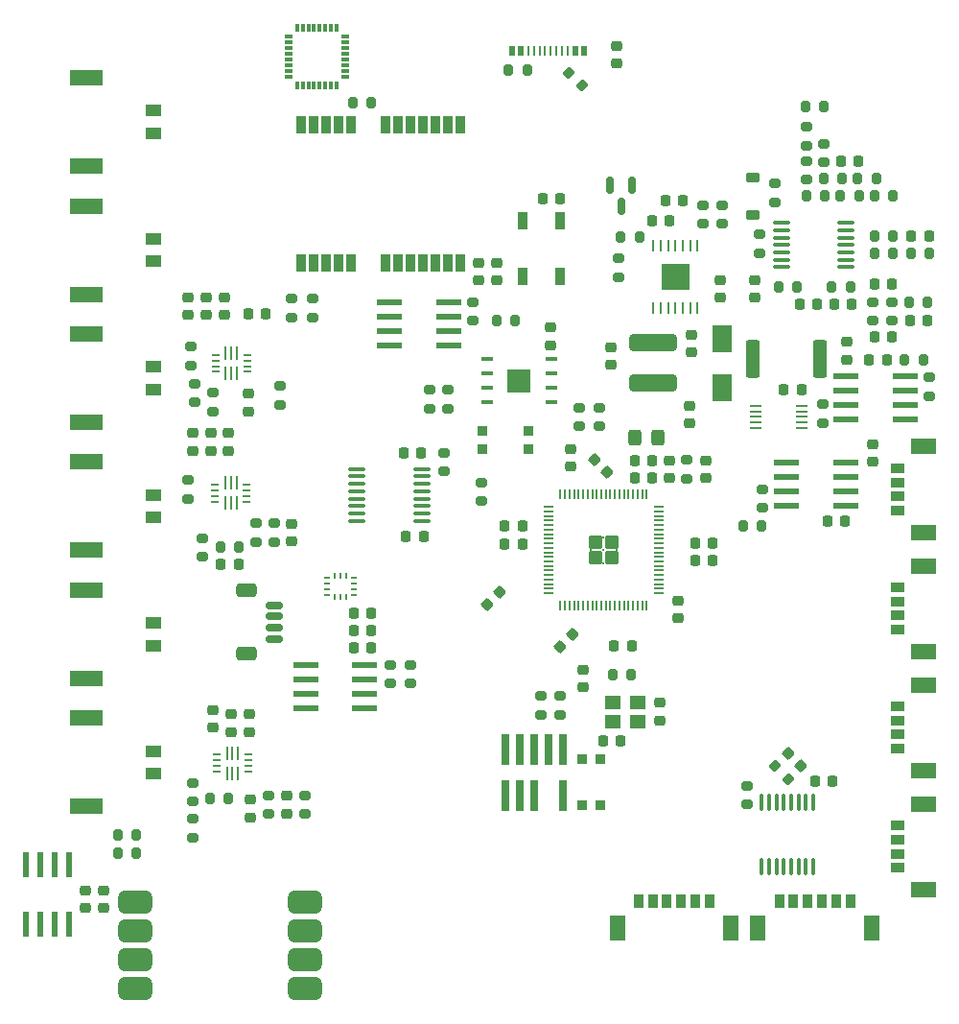
<source format=gtp>
%TF.GenerationSoftware,KiCad,Pcbnew,8.0.8*%
%TF.CreationDate,2025-03-29T21:42:45-04:00*%
%TF.ProjectId,ADCS_board,41444353-5f62-46f6-9172-642e6b696361,v1.2*%
%TF.SameCoordinates,Original*%
%TF.FileFunction,Paste,Top*%
%TF.FilePolarity,Positive*%
%FSLAX46Y46*%
G04 Gerber Fmt 4.6, Leading zero omitted, Abs format (unit mm)*
G04 Created by KiCad (PCBNEW 8.0.8) date 2025-03-29 21:42:45*
%MOMM*%
%LPD*%
G01*
G04 APERTURE LIST*
G04 Aperture macros list*
%AMRoundRect*
0 Rectangle with rounded corners*
0 $1 Rounding radius*
0 $2 $3 $4 $5 $6 $7 $8 $9 X,Y pos of 4 corners*
0 Add a 4 corners polygon primitive as box body*
4,1,4,$2,$3,$4,$5,$6,$7,$8,$9,$2,$3,0*
0 Add four circle primitives for the rounded corners*
1,1,$1+$1,$2,$3*
1,1,$1+$1,$4,$5*
1,1,$1+$1,$6,$7*
1,1,$1+$1,$8,$9*
0 Add four rect primitives between the rounded corners*
20,1,$1+$1,$2,$3,$4,$5,0*
20,1,$1+$1,$4,$5,$6,$7,0*
20,1,$1+$1,$6,$7,$8,$9,0*
20,1,$1+$1,$8,$9,$2,$3,0*%
G04 Aperture macros list end*
%ADD10C,0.000000*%
%ADD11R,0.213360X1.120140*%
%ADD12R,1.722000X1.617000*%
%ADD13RoundRect,0.225000X-0.250000X0.225000X-0.250000X-0.225000X0.250000X-0.225000X0.250000X0.225000X0*%
%ADD14RoundRect,0.225000X0.250000X-0.225000X0.250000X0.225000X-0.250000X0.225000X-0.250000X-0.225000X0*%
%ADD15RoundRect,0.200000X0.200000X0.275000X-0.200000X0.275000X-0.200000X-0.275000X0.200000X-0.275000X0*%
%ADD16RoundRect,0.225000X0.225000X0.250000X-0.225000X0.250000X-0.225000X-0.250000X0.225000X-0.250000X0*%
%ADD17RoundRect,0.200000X0.335876X0.053033X0.053033X0.335876X-0.335876X-0.053033X-0.053033X-0.335876X0*%
%ADD18RoundRect,0.200000X-0.275000X0.200000X-0.275000X-0.200000X0.275000X-0.200000X0.275000X0.200000X0*%
%ADD19RoundRect,0.200000X-0.200000X-0.275000X0.200000X-0.275000X0.200000X0.275000X-0.200000X0.275000X0*%
%ADD20RoundRect,0.200000X0.275000X-0.200000X0.275000X0.200000X-0.275000X0.200000X-0.275000X-0.200000X0*%
%ADD21RoundRect,0.250000X-0.362500X-1.425000X0.362500X-1.425000X0.362500X1.425000X-0.362500X1.425000X0*%
%ADD22RoundRect,0.333000X-1.767000X0.417000X-1.767000X-0.417000X1.767000X-0.417000X1.767000X0.417000X0*%
%ADD23R,1.137920X0.211328*%
%ADD24RoundRect,0.225000X-0.225000X-0.250000X0.225000X-0.250000X0.225000X0.250000X-0.225000X0.250000X0*%
%ADD25R,0.480000X0.920000*%
%ADD26R,0.240000X0.920000*%
%ADD27RoundRect,0.500000X-1.000000X-0.500000X1.000000X-0.500000X1.000000X0.500000X-1.000000X0.500000X0*%
%ADD28RoundRect,0.225000X-0.017678X0.335876X-0.335876X0.017678X0.017678X-0.335876X0.335876X-0.017678X0*%
%ADD29R,1.450000X1.100000*%
%ADD30R,2.899999X1.350000*%
%ADD31R,0.304800X0.762000*%
%ADD32R,0.762000X0.304800*%
%ADD33RoundRect,0.100000X0.100000X-0.637500X0.100000X0.637500X-0.100000X0.637500X-0.100000X-0.637500X0*%
%ADD34R,1.295400X0.838200*%
%ADD35R,2.260600X1.397000*%
%ADD36R,0.838200X1.295400*%
%ADD37R,1.397000X2.260600*%
%ADD38R,0.900000X1.500000*%
%ADD39R,0.200000X1.300000*%
%ADD40R,0.800000X0.250000*%
%ADD41RoundRect,0.250000X-0.325000X-0.450000X0.325000X-0.450000X0.325000X0.450000X-0.325000X0.450000X0*%
%ADD42RoundRect,0.250000X-0.350000X-0.350000X0.350000X-0.350000X0.350000X0.350000X-0.350000X0.350000X0*%
%ADD43RoundRect,0.055000X0.335000X-0.055000X0.335000X0.055000X-0.335000X0.055000X-0.335000X-0.055000X0*%
%ADD44RoundRect,0.055000X-0.055000X-0.335000X0.055000X-0.335000X0.055000X0.335000X-0.055000X0.335000X0*%
%ADD45R,0.133333X0.133333*%
%ADD46RoundRect,0.150000X-0.150000X0.587500X-0.150000X-0.587500X0.150000X-0.587500X0.150000X0.587500X0*%
%ADD47R,0.475000X0.250000*%
%ADD48R,0.250000X0.475000*%
%ADD49R,0.740000X2.790000*%
%ADD50R,1.400000X1.200000*%
%ADD51RoundRect,0.100000X-0.637500X-0.100000X0.637500X-0.100000X0.637500X0.100000X-0.637500X0.100000X0*%
%ADD52R,0.609600X2.209800*%
%ADD53R,0.900000X0.900000*%
%ADD54R,2.209800X0.609600*%
%ADD55RoundRect,0.150000X0.625000X-0.150000X0.625000X0.150000X-0.625000X0.150000X-0.625000X-0.150000X0*%
%ADD56RoundRect,0.250000X0.650000X-0.350000X0.650000X0.350000X-0.650000X0.350000X-0.650000X-0.350000X0*%
%ADD57R,0.812800X1.625600*%
%ADD58RoundRect,0.200000X-0.335876X-0.053033X-0.053033X-0.335876X0.335876X0.053033X0.053033X0.335876X0*%
%ADD59RoundRect,0.100000X0.637500X0.100000X-0.637500X0.100000X-0.637500X-0.100000X0.637500X-0.100000X0*%
%ADD60R,1.050000X0.450000*%
%ADD61R,2.100000X2.100000*%
%ADD62RoundRect,0.225000X0.335876X0.017678X0.017678X0.335876X-0.335876X-0.017678X-0.017678X-0.335876X0*%
%ADD63RoundRect,0.225000X-0.335876X-0.017678X-0.017678X-0.335876X0.335876X0.017678X0.017678X0.335876X0*%
%ADD64R,1.700000X2.350000*%
%ADD65RoundRect,0.225000X-0.375000X0.225000X-0.375000X-0.225000X0.375000X-0.225000X0.375000X0.225000X0*%
G04 APERTURE END LIST*
D10*
G36*
X158046100Y-81213096D02*
G01*
X155586100Y-81213096D01*
X155586100Y-78903096D01*
X158046100Y-78903096D01*
X158046100Y-81213096D01*
G37*
D11*
X158766134Y-77289496D03*
X158116121Y-77289496D03*
X157466112Y-77289496D03*
X156816100Y-77289496D03*
X156166088Y-77289496D03*
X155516079Y-77289496D03*
X154866066Y-77289496D03*
X154866066Y-82826696D03*
X155516079Y-82826696D03*
X156166088Y-82826696D03*
X156816100Y-82826696D03*
X157466112Y-82826696D03*
X158116121Y-82826696D03*
X158766134Y-82826696D03*
D12*
X156816100Y-80058096D03*
D13*
X151100000Y-86250000D03*
X151100000Y-87800000D03*
D14*
X158050000Y-92975000D03*
X158050000Y-91425000D03*
X158200000Y-86690500D03*
X158200000Y-85140500D03*
D15*
X153606000Y-76517500D03*
X151956000Y-76517500D03*
D16*
X156286500Y-75057000D03*
X154736500Y-75057000D03*
D17*
X148583363Y-63183363D03*
X147416637Y-62016637D03*
D14*
X151600000Y-61200000D03*
X151600000Y-59650000D03*
D18*
X159194500Y-73724000D03*
X159194500Y-75374000D03*
D19*
X142075000Y-61800000D03*
X143725000Y-61800000D03*
D16*
X157493000Y-73279000D03*
X155943000Y-73279000D03*
D18*
X151750000Y-78425000D03*
X151750000Y-80075000D03*
D20*
X160909000Y-75374000D03*
X160909000Y-73724000D03*
D21*
X163637500Y-87300000D03*
X169562500Y-87300000D03*
D22*
X154813000Y-85830000D03*
X154813000Y-89430000D03*
D14*
X160750000Y-81875000D03*
X160750000Y-80325000D03*
X163785950Y-81875000D03*
X163785950Y-80325000D03*
D20*
X169800000Y-92925000D03*
X169800000Y-91275000D03*
D23*
X167944700Y-93400001D03*
X167944700Y-92899999D03*
X167944700Y-92400000D03*
X167944700Y-91900001D03*
X167944700Y-91399999D03*
X163855300Y-91399999D03*
X163855300Y-91900001D03*
X163855300Y-92400000D03*
X163855300Y-92899999D03*
X163855300Y-93400001D03*
D24*
X166375000Y-90000000D03*
X167925000Y-90000000D03*
D25*
X148752000Y-60128000D03*
X147952000Y-60128000D03*
D26*
X146802000Y-60128000D03*
X145802000Y-60128000D03*
X145302000Y-60128000D03*
X144302000Y-60128000D03*
D25*
X143152000Y-60128000D03*
X142352000Y-60128000D03*
D26*
X143802000Y-60128000D03*
X144802000Y-60128000D03*
X146302000Y-60128000D03*
X147302000Y-60128000D03*
D27*
X109100000Y-135180000D03*
X109100000Y-137720000D03*
X109100000Y-140260000D03*
X109100000Y-142800000D03*
X124100000Y-135180000D03*
X124100000Y-137720000D03*
X124100000Y-140260000D03*
X124100000Y-142800000D03*
D28*
X147750000Y-111551992D03*
X146653984Y-112648008D03*
D24*
X158525000Y-105100000D03*
X160075000Y-105100000D03*
X150425000Y-120950000D03*
X151975000Y-120950000D03*
D29*
X110750000Y-76671501D03*
X110750000Y-78671502D03*
D30*
X104775001Y-73776503D03*
X104775001Y-81566498D03*
D19*
X141025000Y-83850000D03*
X142675000Y-83850000D03*
D24*
X169132125Y-124544624D03*
X170682125Y-124544624D03*
D14*
X117330000Y-95375000D03*
X117330000Y-93825000D03*
D16*
X143275000Y-103600000D03*
X141725000Y-103600000D03*
D13*
X119300000Y-126175000D03*
X119300000Y-127725000D03*
D15*
X109225000Y-129300000D03*
X107575000Y-129300000D03*
D20*
X164204500Y-77947000D03*
X164204500Y-76297000D03*
D18*
X122920000Y-81975000D03*
X122920000Y-83625000D03*
D24*
X128425000Y-111250000D03*
X129975000Y-111250000D03*
D29*
X110750000Y-110571500D03*
X110750000Y-112571501D03*
D30*
X104775001Y-107676502D03*
X104775001Y-115466497D03*
D15*
X172240000Y-80917000D03*
X170590000Y-80917000D03*
D20*
X148300000Y-93225000D03*
X148300000Y-91575000D03*
D18*
X139700000Y-98175000D03*
X139700000Y-99825000D03*
D31*
X123400000Y-63110000D03*
X123900000Y-63110000D03*
X124400000Y-63110000D03*
X124900000Y-63110000D03*
X125400000Y-63110000D03*
X125900000Y-63110000D03*
X126400000Y-63110000D03*
X126900000Y-63110000D03*
D32*
X127650000Y-62360000D03*
X127650000Y-61860000D03*
X127650000Y-61360000D03*
X127650000Y-60860000D03*
X127650000Y-60360000D03*
X127650000Y-59860000D03*
X127650000Y-59360000D03*
X127650000Y-58860000D03*
D31*
X126900000Y-58110000D03*
X126400000Y-58110000D03*
X125900000Y-58110000D03*
X125400000Y-58110000D03*
X124900000Y-58110000D03*
X124400000Y-58110000D03*
X123900000Y-58110000D03*
X123400000Y-58110000D03*
D32*
X122650000Y-58860000D03*
X122650000Y-59360000D03*
X122650000Y-59860000D03*
X122650000Y-60360000D03*
X122650000Y-60860000D03*
X122650000Y-61360000D03*
X122650000Y-61860000D03*
X122650000Y-62360000D03*
D13*
X119115000Y-90345000D03*
X119115000Y-91895000D03*
D18*
X115000000Y-103075000D03*
X115000000Y-104725000D03*
X121350000Y-101775000D03*
X121350000Y-103425000D03*
D19*
X168377000Y-72877000D03*
X170027000Y-72877000D03*
X171377000Y-72877000D03*
X173027000Y-72877000D03*
D18*
X179250000Y-88925000D03*
X179250000Y-90575000D03*
D13*
X148650000Y-114725000D03*
X148650000Y-116275000D03*
D29*
X110750000Y-121871501D03*
X110750000Y-123871502D03*
D30*
X104775001Y-118976503D03*
X104775001Y-126766498D03*
D19*
X174375000Y-76400000D03*
X176025000Y-76400000D03*
D14*
X106300000Y-135725000D03*
X106300000Y-134175000D03*
D19*
X174377000Y-72877000D03*
X176027000Y-72877000D03*
D16*
X172977000Y-69877000D03*
X171427000Y-69877000D03*
D20*
X136700000Y-91675000D03*
X136700000Y-90025000D03*
D16*
X143275000Y-102000000D03*
X141725000Y-102000000D03*
D24*
X153225000Y-96250000D03*
X154775000Y-96250000D03*
D28*
X141248008Y-107851992D03*
X140151992Y-108948008D03*
D18*
X168402000Y-69802000D03*
X168402000Y-71452000D03*
D33*
X164432125Y-132107124D03*
X165082125Y-132107124D03*
X165732125Y-132107124D03*
X166382125Y-132107124D03*
X167032125Y-132107124D03*
X167682125Y-132107124D03*
X168332125Y-132107124D03*
X168982125Y-132107124D03*
X168982125Y-126382124D03*
X168332125Y-126382124D03*
X167682125Y-126382124D03*
X167032125Y-126382124D03*
X166382125Y-126382124D03*
X165732125Y-126382124D03*
X165082125Y-126382124D03*
X164432125Y-126382124D03*
D18*
X174200000Y-82266999D03*
X174200000Y-83916999D03*
D14*
X113800000Y-83375000D03*
X113800000Y-81825000D03*
D20*
X164450000Y-100425000D03*
X164450000Y-98775000D03*
D13*
X157000000Y-108625000D03*
X157000000Y-110175000D03*
D14*
X141000000Y-80375000D03*
X141000000Y-78825000D03*
X114200000Y-95375000D03*
X114200000Y-93825000D03*
D18*
X133400000Y-114275000D03*
X133400000Y-115925000D03*
D16*
X172345000Y-82490000D03*
X170795000Y-82490000D03*
D34*
X176405800Y-132175000D03*
X176405800Y-130925000D03*
X176405800Y-129675000D03*
X176405800Y-128425000D03*
D35*
X178700690Y-126524999D03*
X178700690Y-134075001D03*
D24*
X151400000Y-112600000D03*
X152950000Y-112600000D03*
D36*
X165982125Y-135150424D03*
X167232125Y-135150424D03*
X168482125Y-135150424D03*
X169732125Y-135150424D03*
X170982125Y-135150424D03*
X172232125Y-135150424D03*
D37*
X174132126Y-137445314D03*
X164082124Y-137445314D03*
D14*
X156300000Y-97775000D03*
X156300000Y-96225000D03*
D16*
X134375000Y-95600000D03*
X132825000Y-95600000D03*
D38*
X146600000Y-75100000D03*
X143300000Y-75100000D03*
X143300000Y-80000000D03*
X146600000Y-80000000D03*
D24*
X167795000Y-82490000D03*
X169345000Y-82490000D03*
D39*
X118090126Y-86770188D03*
X117590000Y-86770188D03*
X117089874Y-86770188D03*
D40*
X116190000Y-86920000D03*
X116190000Y-87420126D03*
X116190000Y-87920252D03*
X116190000Y-88420378D03*
D39*
X117089874Y-88570190D03*
X117590000Y-88570190D03*
X118090126Y-88570190D03*
D40*
X118990000Y-88420378D03*
X118990000Y-87920252D03*
X118990000Y-87420126D03*
X118990000Y-86920000D03*
D16*
X179175000Y-76400000D03*
X177625000Y-76400000D03*
X171775000Y-101600000D03*
X170225000Y-101600000D03*
D41*
X153197303Y-94217303D03*
X155247303Y-94217303D03*
D34*
X176405800Y-100675000D03*
X176405800Y-99425000D03*
X176405800Y-98175000D03*
X176405800Y-96925000D03*
D35*
X178700690Y-95024999D03*
X178700690Y-102575001D03*
D15*
X179076001Y-82281999D03*
X177426001Y-82281999D03*
D14*
X104700000Y-135725000D03*
X104700000Y-134175000D03*
D18*
X124100000Y-125775000D03*
X124100000Y-127425000D03*
X114390000Y-89445000D03*
X114390000Y-91095000D03*
D42*
X149760000Y-103443333D03*
X149760000Y-104843333D03*
X151160000Y-103443333D03*
X151160000Y-104843333D03*
D43*
X145563500Y-100343333D03*
X145563500Y-100743333D03*
X145563500Y-101143333D03*
X145563500Y-101543333D03*
X145563500Y-101943333D03*
X145563500Y-102343333D03*
X145563500Y-102743333D03*
X145563500Y-103143333D03*
X145563500Y-103543333D03*
X145563500Y-103943333D03*
X145563500Y-104343333D03*
X145563500Y-104743333D03*
X145563500Y-105143333D03*
X145563500Y-105543333D03*
X145563500Y-105943333D03*
X145563500Y-106343333D03*
X145563500Y-106743333D03*
X145563500Y-107143333D03*
X145563500Y-107543333D03*
X145563500Y-107943333D03*
D44*
X146660000Y-109039833D03*
X147060000Y-109039833D03*
X147460000Y-109039833D03*
X147860000Y-109039833D03*
X148260000Y-109039833D03*
X148660000Y-109039833D03*
X149060000Y-109039833D03*
X149460000Y-109039833D03*
X149860000Y-109039833D03*
X150260000Y-109039833D03*
X150660000Y-109039833D03*
X151060000Y-109039833D03*
X151460000Y-109039833D03*
X151860000Y-109039833D03*
X152260000Y-109039833D03*
X152660000Y-109039833D03*
X153060000Y-109039833D03*
X153460000Y-109039833D03*
X153860000Y-109039833D03*
X154260000Y-109039833D03*
D43*
X155356500Y-107943333D03*
X155356500Y-107543333D03*
X155356500Y-107143333D03*
X155356500Y-106743333D03*
X155356500Y-106343333D03*
X155356500Y-105943333D03*
X155356500Y-105543333D03*
X155356500Y-105143333D03*
X155356500Y-104743333D03*
X155356500Y-104343333D03*
X155356500Y-103943333D03*
X155356500Y-103543333D03*
X155356500Y-103143333D03*
X155356500Y-102743333D03*
X155356500Y-102343333D03*
X155356500Y-101943333D03*
X155356500Y-101543333D03*
X155356500Y-101143333D03*
X155356500Y-100743333D03*
X155356500Y-100343333D03*
D44*
X154260000Y-99246833D03*
X153860000Y-99246833D03*
X153460000Y-99246833D03*
X153060000Y-99246833D03*
X152660000Y-99246833D03*
X152260000Y-99246833D03*
X151860000Y-99246833D03*
X151460000Y-99246833D03*
X151060000Y-99246833D03*
X150660000Y-99246833D03*
X150260000Y-99246833D03*
X149860000Y-99246833D03*
X149460000Y-99246833D03*
X149060000Y-99246833D03*
X148660000Y-99246833D03*
X148260000Y-99246833D03*
X147860000Y-99246833D03*
X147460000Y-99246833D03*
X147060000Y-99246833D03*
X146660000Y-99246833D03*
D45*
X149326667Y-103010000D03*
X149326667Y-104143333D03*
X149326667Y-105276666D03*
X150460000Y-103010000D03*
X150460000Y-104143333D03*
X150460000Y-105276666D03*
X151593333Y-103010000D03*
X151593333Y-104143333D03*
X151593333Y-105276666D03*
D16*
X175926001Y-80700000D03*
X174376001Y-80700000D03*
D46*
X152950000Y-71962500D03*
X151050000Y-71962500D03*
X152000000Y-73837500D03*
D39*
X118065000Y-98220000D03*
X117564874Y-98220000D03*
X117064748Y-98220000D03*
D40*
X116164874Y-98369812D03*
X116164874Y-98869938D03*
X116164874Y-99370064D03*
X116164874Y-99870190D03*
D39*
X117064748Y-100020002D03*
X117564874Y-100020002D03*
X118065000Y-100020002D03*
D40*
X118964874Y-99870190D03*
X118964874Y-99370064D03*
X118964874Y-98869938D03*
X118964874Y-98369812D03*
D15*
X179225000Y-78000000D03*
X177575000Y-78000000D03*
D47*
X126075000Y-106600000D03*
X126075000Y-107100000D03*
X126075000Y-107600000D03*
X126075000Y-108100000D03*
D48*
X126737500Y-108262500D03*
X127237500Y-108262500D03*
X127737500Y-108262500D03*
D47*
X128400000Y-108100000D03*
X128400000Y-107600000D03*
X128400000Y-107100000D03*
X128400000Y-106600000D03*
D48*
X127737500Y-106437500D03*
X127237500Y-106437500D03*
X126737500Y-106437500D03*
D19*
X107575000Y-130900000D03*
X109225000Y-130900000D03*
D49*
X141795000Y-125800000D03*
X141795000Y-121730000D03*
X143065000Y-125800000D03*
X143065000Y-121730000D03*
X144335000Y-125800000D03*
X144335000Y-121730000D03*
X145605000Y-121730000D03*
X146875000Y-125800000D03*
X146875000Y-121730000D03*
D50*
X151300000Y-119250000D03*
X153500000Y-119250000D03*
X153500000Y-117550000D03*
X151300000Y-117550000D03*
D24*
X128425000Y-112800000D03*
X129975000Y-112800000D03*
D14*
X115400000Y-83375000D03*
X115400000Y-81825000D03*
D51*
X128700000Y-97000000D03*
X128700000Y-97650000D03*
X128700000Y-98300000D03*
X128700000Y-98950000D03*
X128700000Y-99600000D03*
X128700000Y-100250000D03*
X128700000Y-100900000D03*
X128700000Y-101550000D03*
X134425000Y-101550000D03*
X134425000Y-100900000D03*
X134425000Y-100250000D03*
X134425000Y-99600000D03*
X134425000Y-98950000D03*
X134425000Y-98300000D03*
X134425000Y-97650000D03*
X134425000Y-97000000D03*
D18*
X121900000Y-89675000D03*
X121900000Y-91325000D03*
D52*
X103305000Y-131883800D03*
X102035000Y-131883800D03*
X100765000Y-131883800D03*
X99495000Y-131883800D03*
X99495000Y-137116200D03*
X100765000Y-137116200D03*
X102035000Y-137116200D03*
X103305000Y-137116200D03*
D34*
X176405800Y-111175000D03*
X176405800Y-109925000D03*
X176405800Y-108675000D03*
X176405800Y-107425000D03*
D35*
X178700690Y-105524999D03*
X178700690Y-113075001D03*
D53*
X139750000Y-95200000D03*
X143850000Y-95200000D03*
X139750000Y-93600000D03*
X143850000Y-93600000D03*
D54*
X166583800Y-96406900D03*
X166583800Y-97676900D03*
X166583800Y-98946900D03*
X166583800Y-100216900D03*
X171816200Y-100216900D03*
X171816200Y-98946900D03*
X171816200Y-97676900D03*
X171816200Y-96406900D03*
X129382400Y-118105000D03*
X129382400Y-116835000D03*
X129382400Y-115565000D03*
X129382400Y-114295000D03*
X124150000Y-114295000D03*
X124150000Y-115565000D03*
X124150000Y-116835000D03*
X124150000Y-118105000D03*
D55*
X121425000Y-112000000D03*
X121425000Y-111000000D03*
X121425000Y-110000000D03*
X121425000Y-109000000D03*
D56*
X118900000Y-113300000D03*
X118900000Y-107700000D03*
D20*
X175901001Y-83916999D03*
X175901001Y-82266999D03*
D14*
X115780000Y-95375000D03*
X115780000Y-93825000D03*
D15*
X176025000Y-78000000D03*
X174375000Y-78000000D03*
D19*
X128325000Y-64650000D03*
X129975000Y-64650000D03*
D16*
X175926001Y-85341999D03*
X174376001Y-85341999D03*
D20*
X114000000Y-87865000D03*
X114000000Y-86215000D03*
D19*
X172877000Y-71377000D03*
X174527000Y-71377000D03*
D14*
X117600000Y-120175000D03*
X117600000Y-118625000D03*
D57*
X137800000Y-66600000D03*
X136700000Y-66600000D03*
X135600000Y-66600000D03*
X134500000Y-66600000D03*
X133400000Y-66600000D03*
X132300000Y-66600000D03*
X131200000Y-66600000D03*
X128200000Y-66600000D03*
X127100000Y-66600000D03*
X126000000Y-66600000D03*
X124900000Y-66600000D03*
X123800000Y-66600000D03*
X123800000Y-78800000D03*
X124900000Y-78800000D03*
X126000000Y-78800000D03*
X127100000Y-78800000D03*
X128200000Y-78800000D03*
X131200000Y-78800000D03*
X132300000Y-78800000D03*
X133400000Y-78800000D03*
X134500000Y-78800000D03*
X135600000Y-78800000D03*
X136700000Y-78800000D03*
X137800000Y-78800000D03*
D34*
X176405800Y-121675000D03*
X176405800Y-120425000D03*
X176405800Y-119175000D03*
X176405800Y-117925000D03*
D35*
X178700690Y-116024999D03*
X178700690Y-123575001D03*
D20*
X146650000Y-118675000D03*
X146650000Y-117025000D03*
D58*
X165623762Y-123161261D03*
X166790488Y-124327987D03*
D29*
X110750000Y-87971500D03*
X110750000Y-89971501D03*
D30*
X104775001Y-85076502D03*
X104775001Y-92866497D03*
D54*
X136816200Y-86105000D03*
X136816200Y-84835000D03*
X136816200Y-83565000D03*
X136816200Y-82295000D03*
X131583800Y-82295000D03*
X131583800Y-83565000D03*
X131583800Y-84835000D03*
X131583800Y-86105000D03*
D18*
X138900000Y-82275000D03*
X138900000Y-83925000D03*
D24*
X133025000Y-102900000D03*
X134575000Y-102900000D03*
D18*
X168402000Y-66802000D03*
X168402000Y-68452000D03*
D20*
X165615000Y-73445000D03*
X165615000Y-71795000D03*
D14*
X119200000Y-120175000D03*
X119200000Y-118625000D03*
X147550000Y-96800000D03*
X147550000Y-95250000D03*
D18*
X114200000Y-124675000D03*
X114200000Y-126325000D03*
D13*
X122900000Y-101825000D03*
X122900000Y-103375000D03*
D59*
X171885000Y-79170000D03*
X171885000Y-78520000D03*
X171885000Y-77870000D03*
X171885000Y-77220000D03*
X171885000Y-76570000D03*
X171885000Y-75920000D03*
X171885000Y-75270000D03*
X166160000Y-75270000D03*
X166160000Y-75920000D03*
X166160000Y-76570000D03*
X166160000Y-77220000D03*
X166160000Y-77870000D03*
X166160000Y-78520000D03*
X166160000Y-79170000D03*
D54*
X177116200Y-92605000D03*
X177116200Y-91335000D03*
X177116200Y-90065000D03*
X177116200Y-88795000D03*
X171883800Y-88795000D03*
X171883800Y-90065000D03*
X171883800Y-91335000D03*
X171883800Y-92605000D03*
D24*
X158525000Y-103550000D03*
X160075000Y-103550000D03*
D60*
X140160000Y-87295000D03*
X140160000Y-88565000D03*
X140160000Y-89835000D03*
X140160000Y-91105000D03*
X145860000Y-91105000D03*
X145860000Y-89835000D03*
X145860000Y-88565000D03*
X145860000Y-87295000D03*
D61*
X143010000Y-89200000D03*
D16*
X146625000Y-73160000D03*
X145075000Y-73160000D03*
D14*
X116000000Y-119775000D03*
X116000000Y-118225000D03*
D62*
X150748008Y-97298008D03*
X149651992Y-96201992D03*
D53*
X150200000Y-126650000D03*
X150200000Y-122550000D03*
X148600000Y-126650000D03*
X148600000Y-122550000D03*
D13*
X155400000Y-117625000D03*
X155400000Y-119175000D03*
D18*
X124750000Y-81975000D03*
X124750000Y-83625000D03*
D20*
X113800000Y-99625000D03*
X113800000Y-97975000D03*
D19*
X177025000Y-87350000D03*
X178675000Y-87350000D03*
D63*
X166759117Y-122096616D03*
X167855133Y-123192632D03*
D64*
X160900000Y-85500000D03*
X160900000Y-89800000D03*
D36*
X153557124Y-135149734D03*
X154807124Y-135149734D03*
X156057124Y-135149734D03*
X157307124Y-135149734D03*
X158557124Y-135149734D03*
X159807124Y-135149734D03*
D37*
X161707125Y-137444624D03*
X151657123Y-137444624D03*
D18*
X131650000Y-114275000D03*
X131650000Y-115925000D03*
D19*
X169877000Y-71377000D03*
X171527000Y-71377000D03*
D15*
X117325000Y-126025000D03*
X115675000Y-126025000D03*
D29*
X110750000Y-65371500D03*
X110750000Y-67371501D03*
D30*
X104775001Y-62476502D03*
X104775001Y-70266497D03*
D39*
X118200126Y-122050062D03*
X117700000Y-122050062D03*
X117199874Y-122050062D03*
D40*
X116300000Y-122199874D03*
X116300000Y-122700000D03*
X116300000Y-123200126D03*
X116300000Y-123700252D03*
D39*
X117199874Y-123850064D03*
X117700000Y-123850064D03*
X118200126Y-123850064D03*
D40*
X119100000Y-123700252D03*
X119100000Y-123200126D03*
X119100000Y-122700000D03*
X119100000Y-122199874D03*
D16*
X118225000Y-105400000D03*
X116675000Y-105400000D03*
D18*
X115990000Y-90270000D03*
X115990000Y-91920000D03*
D14*
X174200000Y-96375000D03*
X174200000Y-94825000D03*
D24*
X177516001Y-83861999D03*
X179066001Y-83861999D03*
D29*
X110750000Y-99271501D03*
X110750000Y-101271502D03*
D30*
X104775001Y-96376503D03*
X104775001Y-104166498D03*
D19*
X168275000Y-65000000D03*
X169925000Y-65000000D03*
D15*
X167565000Y-80900000D03*
X165915000Y-80900000D03*
D18*
X169902000Y-68302000D03*
X169902000Y-69952000D03*
D20*
X150100000Y-93225000D03*
X150100000Y-91575000D03*
D14*
X159512000Y-97816000D03*
X159512000Y-96266000D03*
D18*
X114200000Y-127875000D03*
X114200000Y-129525000D03*
D15*
X164425000Y-102000000D03*
X162775000Y-102000000D03*
D18*
X135100000Y-90025000D03*
X135100000Y-91675000D03*
D65*
X163600000Y-71300000D03*
X163600000Y-74600000D03*
D18*
X136400000Y-95575000D03*
X136400000Y-97225000D03*
D14*
X171900000Y-87325000D03*
X171900000Y-85775000D03*
D15*
X152925000Y-115150000D03*
X151275000Y-115150000D03*
D18*
X157800000Y-96175000D03*
X157800000Y-97825000D03*
D14*
X145800000Y-86075000D03*
X145800000Y-84525000D03*
D18*
X163107125Y-124919624D03*
X163107125Y-126569624D03*
D24*
X128425000Y-109700000D03*
X129975000Y-109700000D03*
D13*
X122470000Y-125825000D03*
X122470000Y-127375000D03*
D14*
X139450000Y-80375000D03*
X139450000Y-78825000D03*
D18*
X120900000Y-125800000D03*
X120900000Y-127450000D03*
D24*
X173900000Y-87350000D03*
X175450000Y-87350000D03*
D18*
X119770000Y-101765000D03*
X119770000Y-103415000D03*
D20*
X144900000Y-118675000D03*
X144900000Y-117025000D03*
D24*
X153225000Y-97750000D03*
X154775000Y-97750000D03*
D14*
X117000000Y-83375000D03*
X117000000Y-81825000D03*
D15*
X118280000Y-103840000D03*
X116630000Y-103840000D03*
D16*
X120665000Y-83330000D03*
X119115000Y-83330000D03*
M02*

</source>
